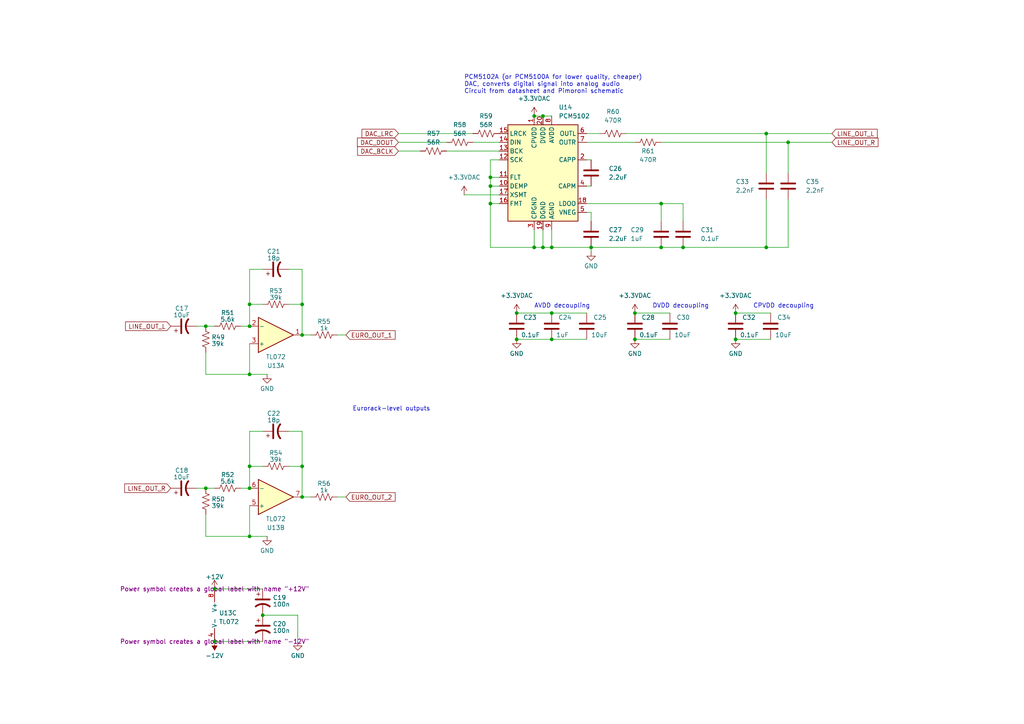
<source format=kicad_sch>
(kicad_sch (version 20250114) (generator "eeschema") (generator_version "9.0")
  (paper "A4")
  (lib_symbols
    (symbol "Amplifier_Operational:TL072" (pin_names (offset 0.127))
      (property "Reference" "U" (at 0 5.08 0))
      (property "Value" "TL072" (at 0 -5.08 0))
      (symbol "TL072_1_1"
        (polyline (pts (xy -5.08 5.08) (xy 5.08 0) (xy -5.08 -5.08) (xy -5.08 5.08)) (stroke (width 0.254)) (fill (type background)))
        (pin input line (at -7.62 2.54 0) (length 2.54) (name "+") (number "3"))
        (pin input line (at -7.62 -2.54 0) (length 2.54) (name "-") (number "2"))
        (pin output line (at 7.62 0 180) (length 2.54) (name "~") (number "1"))
      )
      (symbol "TL072_2_1"
        (polyline (pts (xy -5.08 5.08) (xy 5.08 0) (xy -5.08 -5.08) (xy -5.08 5.08)) (stroke (width 0.254)) (fill (type background)))
        (pin input line (at -7.62 2.54 0) (length 2.54) (name "+") (number "5"))
        (pin input line (at -7.62 -2.54 0) (length 2.54) (name "-") (number "6"))
        (pin output line (at 7.62 0 180) (length 2.54) (name "~") (number "7"))
      )
      (symbol "TL072_3_1"
        (pin power_in line (at -2.54 7.62 270) (length 3.81) (name "V+") (number "8"))
        (pin power_in line (at -2.54 -7.62 90) (length 3.81) (name "V-") (number "4"))
      )
    )
    (symbol "Audio:PCM5102"
      (property "Reference" "U" (at -10.16 13.97 0))
      (property "Value" "PCM5102" (at 3.81 13.97 0))
      (symbol "PCM5102_0_1"
        (rectangle (start -10.16 12.7) (end 10.16 -15.24) (stroke (width 0.254)) (fill (type background)))
      )
      (symbol "PCM5102_1_1"
        (pin input line (at -12.7 10.16 0) (length 2.54) (name "LRCK") (number "15"))
        (pin input line (at -12.7 7.62 0) (length 2.54) (name "DIN") (number "14"))
        (pin input line (at -12.7 5.08 0) (length 2.54) (name "BCK") (number "13"))
        (pin input line (at -12.7 2.54 0) (length 2.54) (name "SCK") (number "12"))
        (pin input line (at -12.7 -2.54 0) (length 2.54) (name "FLT") (number "11"))
        (pin input line (at -12.7 -5.08 0) (length 2.54) (name "DEMP") (number "10"))
        (pin input line (at -12.7 -7.62 0) (length 2.54) (name "XSMT") (number "17"))
        (pin input line (at -12.7 -10.16 0) (length 2.54) (name "FMT") (number "16"))
        (pin passive line (at -2.54 15.24 270) (length 2.54) (name "CPVDD") (number "1"))
        (pin power_in line (at -2.54 -17.78 90) (length 2.54) (name "CPGND") (number "3"))
        (pin power_in line (at 0 15.24 270) (length 2.54) (name "DVDD") (number "20"))
        (pin power_in line (at 0 -17.78 90) (length 2.54) (name "DGND") (number "19"))
        (pin power_in line (at 2.54 15.24 270) (length 2.54) (name "AVDD") (number "8"))
        (pin power_in line (at 2.54 -17.78 90) (length 2.54) (name "AGND") (number "9"))
        (pin output line (at 12.7 10.16 180) (length 2.54) (name "OUTL") (number "6"))
        (pin output line (at 12.7 7.62 180) (length 2.54) (name "OUTR") (number "7"))
        (pin passive line (at 12.7 2.54 180) (length 2.54) (name "CAPP") (number "2"))
        (pin passive line (at 12.7 -5.08 180) (length 2.54) (name "CAPM") (number "4"))
        (pin passive line (at 12.7 -10.16 180) (length 2.54) (name "LDOO") (number "18"))
        (pin passive line (at 12.7 -12.7 180) (length 2.54) (name "VNEG") (number "5"))
      )
    )
    (symbol "Device:C" (pin_numbers (hide yes)) (pin_names (offset 0.254))
      (property "Reference" "C" (at 0.635 2.54 0))
      (property "Value" "C" (at 0.635 -2.54 0))
      (symbol "C_0_1"
        (polyline (pts (xy -2.032 0.762) (xy 2.032 0.762)) (stroke (width 0.508)))
        (polyline (pts (xy -2.032 -0.762) (xy 2.032 -0.762)) (stroke (width 0.508)))
      )
      (symbol "C_1_1"
        (pin passive line (at 0 3.81 270) (length 2.794) (name "~") (number "1"))
        (pin passive line (at 0 -3.81 90) (length 2.794) (name "~") (number "2"))
      )
    )
    (symbol "Device:C_Polarized_US" (pin_numbers (hide yes)) (pin_names (offset 0.254) (hide yes))
      (property "Reference" "C" (at 0.635 2.54 0))
      (property "Value" "C_Polarized_US" (at 0.635 -2.54 0))
      (symbol "C_Polarized_US_0_1"
        (polyline (pts (xy -2.032 0.762) (xy 2.032 0.762)) (stroke (width 0.508)))
        (polyline (pts (xy -1.778 2.286) (xy -0.762 2.286)))
        (polyline (pts (xy -1.27 1.778) (xy -1.27 2.794)))
        (arc (start -2.032 -1.27) (mid 0 -0.5572) (end 2.032 -1.27) (stroke (width 0.508)))
      )
      (symbol "C_Polarized_US_1_1"
        (pin passive line (at 0 3.81 270) (length 2.794) (name "~") (number "1"))
        (pin passive line (at 0 -3.81 90) (length 3.302) (name "~") (number "2"))
      )
    )
    (symbol "Device:R_US" (pin_numbers (hide yes)) (pin_names (offset 0))
      (property "Reference" "R" (at 2.54 0 90))
      (property "Value" "R_US" (at -2.54 0 90))
      (symbol "R_US_0_1"
        (polyline (pts (xy 0 2.286) (xy 0 2.54)))
        (polyline (pts (xy 0 2.286) (xy 1.016 1.905) (xy 0 1.524) (xy -1.016 1.143) (xy 0 0.762)))
        (polyline (pts (xy 0 0.762) (xy 1.016 0.381) (xy 0 0) (xy -1.016 -0.381) (xy 0 -0.762)))
        (polyline (pts (xy 0 -0.762) (xy 1.016 -1.143) (xy 0 -1.524) (xy -1.016 -1.905) (xy 0 -2.286)))
        (polyline (pts (xy 0 -2.286) (xy 0 -2.54)))
      )
      (symbol "R_US_1_1"
        (pin passive line (at 0 3.81 270) (length 1.27) (name "~") (number "1"))
        (pin passive line (at 0 -3.81 90) (length 1.27) (name "~") (number "2"))
      )
    )
    (symbol "power:+12V" (power) (pin_numbers (hide yes)) (pin_names (offset 0) (hide yes))
      (property "Value" "+12V" (at 0 3.556 0))
      (symbol "+12V_0_1"
        (polyline (pts (xy -0.762 1.27) (xy 0 2.54)))
        (polyline (pts (xy 0 2.54) (xy 0.762 1.27)))
        (polyline (pts (xy 0 0) (xy 0 2.54)))
      )
      (symbol "+12V_1_1"
        (pin power_in line (at 0 0 90) (length 0) (name "~") (number "1"))
      )
    )
    (symbol "power:+3.3VDAC" (power) (pin_numbers (hide yes)) (pin_names (offset 0) (hide yes))
      (property "Value" "+3.3VDAC" (at 0 3.556 0))
      (symbol "+3.3VDAC_0_0"
        (pin power_in line (at 0 0 90) (length 0) (name "~") (number "1"))
      )
      (symbol "+3.3VDAC_0_1"
        (polyline (pts (xy -0.762 1.27) (xy 0 2.54)))
        (polyline (pts (xy 0 2.54) (xy 0.762 1.27)))
        (polyline (pts (xy 0 0) (xy 0 2.54)))
      )
    )
    (symbol "power:-12V" (power) (pin_numbers (hide yes)) (pin_names (offset 0) (hide yes))
      (property "Value" "-12V" (at 0 3.556 0))
      (symbol "-12V_0_0"
        (pin power_in line (at 0 0 90) (length 0) (name "~") (number "1"))
      )
      (symbol "-12V_0_1"
        (polyline (pts (xy 0 0) (xy 0 1.27) (xy 0.762 1.27) (xy 0 2.54) (xy -0.762 1.27) (xy 0 1.27)) (fill (type outline)))
      )
    )
    (symbol "power:GND" (power) (pin_numbers (hide yes)) (pin_names (offset 0) (hide yes))
      (property "Value" "GND" (at 0 -3.81 0))
      (symbol "GND_0_1"
        (polyline (pts (xy 0 0) (xy 0 -1.27) (xy 1.27 -1.27) (xy 0 -2.54) (xy -1.27 -1.27) (xy 0 -1.27)))
      )
      (symbol "GND_1_1"
        (pin power_in line (at 0 0 270) (length 0) (name "~") (number "1"))
      )
    )
  )
  (text "CPVDD decoupling" (at 218.44 89.535 0) (effects (font (size 1.27 1.27)) (justify left bottom)))
  (text "Eurorack-level outputs" (at 102.235 119.38 0) (effects (font (size 1.27 1.27)) (justify left bottom)))
  (text "AVDD decoupling" (at 154.94 89.535 0) (effects (font (size 1.27 1.27)) (justify left bottom)))
  (text "DVDD decoupling" (at 189.23 89.535 0) (effects (font (size 1.27 1.27)) (justify left bottom)))
  (text "PCM5102A (or PCM5100A for lower quality, cheaper)\nDAC, converts digital signal into analog audio\nCircuit from datasheet and Pimoroni schematic" (at 134.62 27.305 0) (effects (font (size 1.27 1.27)) (justify left bottom)))
  (junction (at 160.02 90.805))
  (junction (at 160.02 98.425))
  (junction (at 154.94 33.655))
  (junction (at 171.45 71.755))
  (junction (at 72.39 108.585))
  (junction (at 184.15 90.805))
  (junction (at 87.63 88.265))
  (junction (at 184.15 98.425))
  (junction (at 198.12 71.755))
  (junction (at 76.2 178.435))
  (junction (at 222.25 71.755))
  (junction (at 157.48 33.655))
  (junction (at 62.23 186.055))
  (junction (at 142.24 59.055))
  (junction (at 59.69 141.605))
  (junction (at 87.63 97.155))
  (junction (at 87.63 135.255))
  (junction (at 157.48 71.755))
  (junction (at 149.86 90.805))
  (junction (at 72.39 135.255))
  (junction (at 154.94 71.755))
  (junction (at 72.39 141.605))
  (junction (at 62.23 170.815))
  (junction (at 142.24 53.975))
  (junction (at 87.63 144.145))
  (junction (at 191.77 71.755))
  (junction (at 213.36 90.805))
  (junction (at 72.39 155.575))
  (junction (at 59.69 94.615))
  (junction (at 142.24 51.435))
  (junction (at 72.39 88.265))
  (junction (at 213.36 98.425))
  (junction (at 228.6 41.275))
  (junction (at 72.39 94.615))
  (junction (at 149.86 98.425))
  (junction (at 160.02 71.755))
  (junction (at 191.77 59.055))
  (junction (at 222.25 38.735))
  (wire (pts (xy 142.24 59.055) (xy 142.24 71.755)))
  (wire (pts (xy 87.63 88.265) (xy 87.63 97.155)))
  (wire (pts (xy 157.48 66.675) (xy 157.48 71.755)))
  (wire (pts (xy 160.02 66.675) (xy 160.02 71.755)))
  (wire (pts (xy 87.63 144.145) (xy 90.17 144.145)))
  (wire (pts (xy 170.18 41.275) (xy 184.15 41.275)))
  (wire (pts (xy 72.39 125.095) (xy 76.2 125.095)))
  (wire (pts (xy 59.69 108.585) (xy 72.39 108.585)))
  (wire (pts (xy 149.86 90.805) (xy 160.02 90.805)))
  (wire (pts (xy 171.45 61.595) (xy 171.45 64.135)))
  (wire (pts (xy 62.23 186.055) (xy 76.2 186.055)))
  (wire (pts (xy 142.24 59.055) (xy 144.78 59.055)))
  (wire (pts (xy 170.18 61.595) (xy 171.45 61.595)))
  (wire (pts (xy 228.6 41.275) (xy 241.3 41.275)))
  (wire (pts (xy 222.25 38.735) (xy 222.25 50.165)))
  (wire (pts (xy 87.63 78.105) (xy 87.63 88.265)))
  (wire (pts (xy 181.61 38.735) (xy 222.25 38.735)))
  (wire (pts (xy 87.63 135.255) (xy 87.63 144.145)))
  (wire (pts (xy 59.69 102.235) (xy 59.69 108.585)))
  (wire (pts (xy 213.36 98.425) (xy 223.52 98.425)))
  (wire (pts (xy 69.85 94.615) (xy 72.39 94.615)))
  (wire (pts (xy 129.54 43.815) (xy 144.78 43.815)))
  (wire (pts (xy 134.62 56.515) (xy 144.78 56.515)))
  (wire (pts (xy 154.94 71.755) (xy 157.48 71.755)))
  (wire (pts (xy 72.39 99.695) (xy 72.39 108.585)))
  (wire (pts (xy 72.39 135.255) (xy 72.39 125.095)))
  (wire (pts (xy 184.15 98.425) (xy 194.31 98.425)))
  (wire (pts (xy 115.57 43.815) (xy 121.92 43.815)))
  (wire (pts (xy 83.82 88.265) (xy 87.63 88.265)))
  (wire (pts (xy 160.02 90.805) (xy 170.18 90.805)))
  (wire (pts (xy 170.18 53.975) (xy 171.45 53.975)))
  (wire (pts (xy 228.6 41.275) (xy 228.6 50.165)))
  (wire (pts (xy 170.18 38.735) (xy 173.99 38.735)))
  (wire (pts (xy 142.24 51.435) (xy 144.78 51.435)))
  (wire (pts (xy 83.82 125.095) (xy 87.63 125.095)))
  (wire (pts (xy 154.94 33.655) (xy 157.48 33.655)))
  (wire (pts (xy 72.39 135.255) (xy 76.2 135.255)))
  (wire (pts (xy 191.77 59.055) (xy 191.77 64.135)))
  (wire (pts (xy 72.39 141.605) (xy 72.39 135.255)))
  (wire (pts (xy 57.15 141.605) (xy 59.69 141.605)))
  (wire (pts (xy 142.24 53.975) (xy 142.24 59.055)))
  (wire (pts (xy 97.79 97.155) (xy 100.33 97.155)))
  (wire (pts (xy 222.25 71.755) (xy 228.6 71.755)))
  (wire (pts (xy 59.69 155.575) (xy 72.39 155.575)))
  (wire (pts (xy 72.39 78.105) (xy 76.2 78.105)))
  (wire (pts (xy 171.45 71.755) (xy 191.77 71.755)))
  (wire (pts (xy 57.15 94.615) (xy 59.69 94.615)))
  (wire (pts (xy 222.25 38.735) (xy 241.3 38.735)))
  (wire (pts (xy 157.48 71.755) (xy 160.02 71.755)))
  (wire (pts (xy 86.36 178.435) (xy 86.36 186.055)))
  (wire (pts (xy 83.82 135.255) (xy 87.63 135.255)))
  (wire (pts (xy 72.39 155.575) (xy 77.47 155.575)))
  (wire (pts (xy 144.78 46.355) (xy 142.24 46.355)))
  (wire (pts (xy 191.77 41.275) (xy 228.6 41.275)))
  (wire (pts (xy 83.82 78.105) (xy 87.63 78.105)))
  (wire (pts (xy 72.39 146.685) (xy 72.39 155.575)))
  (wire (pts (xy 184.15 90.805) (xy 194.31 90.805)))
  (wire (pts (xy 115.57 41.275) (xy 129.54 41.275)))
  (wire (pts (xy 170.18 59.055) (xy 191.77 59.055)))
  (wire (pts (xy 160.02 98.425) (xy 170.18 98.425)))
  (wire (pts (xy 72.39 88.265) (xy 76.2 88.265)))
  (wire (pts (xy 191.77 71.755) (xy 198.12 71.755)))
  (wire (pts (xy 72.39 88.265) (xy 72.39 78.105)))
  (wire (pts (xy 137.16 41.275) (xy 144.78 41.275)))
  (wire (pts (xy 72.39 94.615) (xy 72.39 88.265)))
  (wire (pts (xy 198.12 59.055) (xy 198.12 64.135)))
  (wire (pts (xy 87.63 97.155) (xy 90.17 97.155)))
  (wire (pts (xy 157.48 33.655) (xy 160.02 33.655)))
  (wire (pts (xy 198.12 71.755) (xy 222.25 71.755)))
  (wire (pts (xy 69.85 141.605) (xy 72.39 141.605)))
  (wire (pts (xy 62.23 170.815) (xy 76.2 170.815)))
  (wire (pts (xy 59.69 94.615) (xy 62.23 94.615)))
  (wire (pts (xy 228.6 71.755) (xy 228.6 57.785)))
  (wire (pts (xy 191.77 59.055) (xy 198.12 59.055)))
  (wire (pts (xy 72.39 108.585) (xy 77.47 108.585)))
  (wire (pts (xy 115.57 38.735) (xy 137.16 38.735)))
  (wire (pts (xy 222.25 57.785) (xy 222.25 71.755)))
  (wire (pts (xy 213.36 90.805) (xy 223.52 90.805)))
  (wire (pts (xy 142.24 46.355) (xy 142.24 51.435)))
  (wire (pts (xy 59.69 141.605) (xy 62.23 141.605)))
  (wire (pts (xy 171.45 71.755) (xy 171.45 73.025)))
  (wire (pts (xy 149.86 98.425) (xy 160.02 98.425)))
  (wire (pts (xy 154.94 66.675) (xy 154.94 71.755)))
  (wire (pts (xy 59.69 149.225) (xy 59.69 155.575)))
  (wire (pts (xy 87.63 125.095) (xy 87.63 135.255)))
  (wire (pts (xy 142.24 51.435) (xy 142.24 53.975)))
  (wire (pts (xy 160.02 71.755) (xy 171.45 71.755)))
  (wire (pts (xy 76.2 178.435) (xy 86.36 178.435)))
  (wire (pts (xy 170.18 46.355) (xy 171.45 46.355)))
  (wire (pts (xy 97.79 144.145) (xy 100.33 144.145)))
  (wire (pts (xy 142.24 71.755) (xy 154.94 71.755)))
  (wire (pts (xy 142.24 53.975) (xy 144.78 53.975)))
  (global_label "LINE_OUT_L" (shape input) (at 49.53 94.615 180) (property "Intersheetrefs" "${INTERSHEET_REFS}" (effects (hide yes))))
  (global_label "LINE_OUT_L" (shape input) (at 241.3 38.735 0) (property "Intersheetrefs" "${INTERSHEET_REFS}" (effects (hide yes))))
  (global_label "DAC_DOUT" (shape input) (at 115.57 41.275 180) (property "Intersheetrefs" "${INTERSHEET_REFS}" (effects (hide yes))))
  (global_label "DAC_LRC" (shape input) (at 115.57 38.735 180) (property "Intersheetrefs" "${INTERSHEET_REFS}" (effects (hide yes))))
  (global_label "EURO_OUT_1" (shape input) (at 100.33 97.155 0) (property "Intersheetrefs" "${INTERSHEET_REFS}" (effects (hide yes))))
  (global_label "LINE_OUT_R" (shape input) (at 49.53 141.605 180) (property "Intersheetrefs" "${INTERSHEET_REFS}" (effects (hide yes))))
  (global_label "EURO_OUT_2" (shape input) (at 100.33 144.145 0) (property "Intersheetrefs" "${INTERSHEET_REFS}" (effects (hide yes))))
  (global_label "DAC_BCLK" (shape input) (at 115.57 43.815 180) (property "Intersheetrefs" "${INTERSHEET_REFS}" (effects (hide yes))))
  (global_label "LINE_OUT_R" (shape input) (at 241.3 41.275 0) (property "Intersheetrefs" "${INTERSHEET_REFS}" (effects (hide yes))))
  (symbol (lib_id "Device:C") (at 171.45 50.165 0) (unit 1)
    (property "Reference" "C26" (at 176.53 48.8949 0) (effects (justify left)))
    (property "Value" "2.2uF" (at 176.53 51.4349 0) (effects (justify left)))
    (property "Footprint" "Capacitor_SMD:C_0603_1608Metric" (effects (hide yes)))
  )
  (symbol (lib_id "power:GND") (at 77.47 108.585 0) (unit 1)
    (property "Reference" "#PWR076" (effects (hide yes)))
    (property "Value" "GND" (at 77.47 112.7181 0))
    (property "Description" "Power symbol creates a global label with name \"GND\" , ground" (effects (hide yes)))
  )
  (symbol (lib_id "Device:R_US") (at 177.8 38.735 90) (unit 1)
    (property "Reference" "R60" (at 177.8 32.385 90))
    (property "Value" "470R" (at 177.8 34.925 90))
    (property "Footprint" "Resistor_SMD:R_0603_1608Metric" (effects (hide yes)))
  )
  (symbol (lib_id "Device:C") (at 194.31 94.615 0) (unit 1)
    (property "Reference" "C30" (at 196.215 92.075 0) (effects (justify left)))
    (property "Value" "10uF" (at 195.58 97.155 0) (effects (justify left)))
    (property "Footprint" "Capacitor_SMD:C_0603_1608Metric" (effects (hide yes)))
  )
  (symbol (lib_id "Device:C_Polarized_US") (at 80.01 78.105 90) (unit 1)
    (property "Reference" "C21" (at 79.375 72.9361 90))
    (property "Value" "18p" (at 79.375 74.8571 90))
    (property "Footprint" "Capacitor_SMD:C_0603_1608Metric" (effects (hide yes)))
  )
  (symbol (lib_id "Device:R_US") (at 133.35 41.275 90) (unit 1)
    (property "Reference" "R58" (at 133.35 36.195 90))
    (property "Value" "56R" (at 133.35 38.735 90))
    (property "Footprint" "Resistor_SMD:R_0603_1608Metric" (effects (hide yes)))
  )
  (symbol (lib_id "power:+3.3VDAC") (at 134.62 56.515 0) (unit 1)
    (property "Reference" "#PWR079" (effects (hide yes)))
    (property "Value" "+3.3VDAC" (at 134.62 51.435 0))
    (property "Description" "Power symbol creates a global label with name \"+3.3VDAC\"" (effects (hide yes)))
  )
  (symbol (lib_id "power:+3.3VDAC") (at 149.86 90.805 0) (unit 1)
    (property "Reference" "#PWR080" (effects (hide yes)))
    (property "Value" "+3.3VDAC" (at 149.86 85.725 0))
    (property "Description" "Power symbol creates a global label with name \"+3.3VDAC\"" (effects (hide yes)))
  )
  (symbol (lib_id "Device:R_US") (at 80.01 135.255 90) (unit 1)
    (property "Reference" "R54" (at 80.01 131.3561 90))
    (property "Value" "39k" (at 80.01 133.2771 90))
    (property "Footprint" "Resistor_SMD:R_0603_1608Metric" (effects (hide yes)))
  )
  (symbol (lib_id "power:+3.3VDAC") (at 213.36 90.805 0) (unit 1)
    (property "Reference" "#PWR086" (effects (hide yes)))
    (property "Value" "+3.3VDAC" (at 213.36 85.725 0))
    (property "Description" "Power symbol creates a global label with name \"+3.3VDAC\"" (effects (hide yes)))
  )
  (symbol (lib_id "Device:C_Polarized_US") (at 53.34 141.605 90) (unit 1)
    (property "Reference" "C18" (at 52.705 136.4361 90))
    (property "Value" "10uF" (at 52.705 138.3571 90))
    (property "Footprint" "Capacitor_SMD:C_0603_1608Metric" (effects (hide yes)))
  )
  (symbol (lib_id "Device:C_Polarized_US") (at 76.2 174.625 0) (unit 1)
    (property "Reference" "C19" (at 79.121 173.3463 0) (effects (justify left)))
    (property "Value" "100n" (at 79.121 175.2673 0) (effects (justify left)))
    (property "Footprint" "Capacitor_SMD:C_0603_1608Metric" (effects (hide yes)))
  )
  (symbol (lib_id "Device:C_Polarized_US") (at 53.34 94.615 90) (unit 1)
    (property "Reference" "C17" (at 52.705 89.4461 90))
    (property "Value" "10uF" (at 52.705 91.3671 90))
    (property "Footprint" "Capacitor_SMD:C_0603_1608Metric" (effects (hide yes)))
  )
  (symbol (lib_id "Device:C") (at 191.77 67.945 0) (unit 1)
    (property "Reference" "C29" (at 182.88 66.675 0) (effects (justify left)))
    (property "Value" "1uF" (at 182.88 69.215 0) (effects (justify left)))
    (property "Footprint" "Capacitor_SMD:C_0603_1608Metric" (effects (hide yes)))
  )
  (symbol (lib_id "Device:R_US") (at 125.73 43.815 90) (unit 1)
    (property "Reference" "R57" (at 125.73 38.735 90))
    (property "Value" "56R" (at 125.73 41.275 90))
    (property "Footprint" "Resistor_SMD:R_0603_1608Metric" (effects (hide yes)))
  )
  (symbol (lib_id "power:+3.3VDAC") (at 184.15 90.805 0) (unit 1)
    (property "Reference" "#PWR084" (effects (hide yes)))
    (property "Value" "+3.3VDAC" (at 184.15 85.725 0))
    (property "Description" "Power symbol creates a global label with name \"+3.3VDAC\"" (effects (hide yes)))
  )
  (symbol (lib_id "power:GND") (at 184.15 98.425 0) (unit 1)
    (property "Reference" "#PWR085" (effects (hide yes)))
    (property "Value" "GND" (at 184.15 102.5581 0))
    (property "Description" "Power symbol creates a global label with name \"GND\" , ground" (effects (hide yes)))
  )
  (symbol (lib_id "Device:R_US") (at 66.04 94.615 90) (unit 1)
    (property "Reference" "R51" (at 66.04 90.7161 90))
    (property "Value" "5.6k" (at 66.04 92.6371 90))
    (property "Footprint" "Resistor_SMD:R_0603_1608Metric" (effects (hide yes)))
  )
  (symbol (lib_id "Device:C") (at 228.6 53.975 0) (unit 1)
    (property "Reference" "C35" (at 233.68 52.7049 0) (effects (justify left)))
    (property "Value" "2.2nF" (at 233.68 55.2449 0) (effects (justify left)))
    (property "Footprint" "Capacitor_SMD:C_0603_1608Metric" (effects (hide yes)))
  )
  (symbol (lib_id "power:GND") (at 149.86 98.425 0) (unit 1)
    (property "Reference" "#PWR081" (effects (hide yes)))
    (property "Value" "GND" (at 149.86 102.5581 0))
    (property "Description" "Power symbol creates a global label with name \"GND\" , ground" (effects (hide yes)))
  )
  (symbol (lib_id "power:GND") (at 77.47 155.575 0) (unit 1)
    (property "Reference" "#PWR077" (effects (hide yes)))
    (property "Value" "GND" (at 77.47 159.7081 0))
    (property "Description" "Power symbol creates a global label with name \"GND\" , ground" (effects (hide yes)))
  )
  (symbol (lib_id "Device:R_US") (at 140.97 38.735 90) (unit 1)
    (property "Reference" "R59" (at 140.97 33.655 90))
    (property "Value" "56R" (at 140.97 36.195 90))
    (property "Footprint" "Resistor_SMD:R_0603_1608Metric" (effects (hide yes)))
  )
  (symbol (lib_id "Device:C_Polarized_US") (at 80.01 125.095 90) (unit 1)
    (property "Reference" "C22" (at 79.375 119.9261 90))
    (property "Value" "18p" (at 79.375 121.8471 90))
    (property "Footprint" "Capacitor_SMD:C_0603_1608Metric" (effects (hide yes)))
  )
  (symbol (lib_id "power:+12V") (at 62.23 170.815 0) (unit 1)
    (property "Reference" "#PWR074" (effects (hide yes)))
    (property "Value" "+12V" (at 62.23 167.3131 0))
    (property "Description" "Power symbol creates a global label with name \"+12V\"" (at 62.23 170.815 0))
  )
  (symbol (lib_id "Device:R_US") (at 187.96 41.275 90) (unit 1)
    (property "Reference" "R61" (at 187.96 43.815 90))
    (property "Value" "470R" (at 187.96 46.355 90))
    (property "Footprint" "Resistor_SMD:R_0603_1608Metric" (effects (hide yes)))
  )
  (symbol (lib_id "Device:C") (at 223.52 94.615 0) (unit 1)
    (property "Reference" "C34" (at 225.425 92.075 0) (effects (justify left)))
    (property "Value" "10uF" (at 224.79 97.155 0) (effects (justify left)))
    (property "Footprint" "Capacitor_SMD:C_0603_1608Metric" (effects (hide yes)))
  )
  (symbol (lib_id "Device:C") (at 213.36 94.615 0) (unit 1)
    (property "Reference" "C32" (at 215.265 92.075 0) (effects (justify left)))
    (property "Value" "0.1uF" (at 214.63 97.155 0) (effects (justify left)))
    (property "Footprint" "Capacitor_SMD:C_0603_1608Metric" (effects (hide yes)))
  )
  (symbol (lib_id "power:GND") (at 171.45 73.025 0) (unit 1)
    (property "Reference" "#PWR083" (effects (hide yes)))
    (property "Value" "GND" (at 171.45 77.1581 0))
    (property "Description" "Power symbol creates a global label with name \"GND\" , ground" (effects (hide yes)))
  )
  (symbol (lib_id "Device:R_US") (at 59.69 145.415 0) (unit 1)
    (property "Reference" "R50" (at 61.341 144.7713 0) (effects (justify left)))
    (property "Value" "39k" (at 61.341 146.6923 0) (effects (justify left)))
    (property "Footprint" "Resistor_SMD:R_0603_1608Metric" (effects (hide yes)))
  )
  (symbol (lib_id "Device:C_Polarized_US") (at 76.2 182.245 0) (unit 1)
    (property "Reference" "C20" (at 79.121 180.9663 0) (effects (justify left)))
    (property "Value" "100n" (at 79.121 182.8873 0) (effects (justify left)))
    (property "Footprint" "Capacitor_SMD:C_0603_1608Metric" (effects (hide yes)))
  )
  (symbol (lib_id "Device:C") (at 170.18 94.615 0) (unit 1)
    (property "Reference" "C25" (at 172.085 92.075 0) (effects (justify left)))
    (property "Value" "10uF" (at 171.45 97.155 0) (effects (justify left)))
    (property "Footprint" "Capacitor_SMD:C_0603_1608Metric" (effects (hide yes)))
  )
  (symbol (lib_id "Device:C") (at 160.02 94.615 0) (unit 1)
    (property "Reference" "C24" (at 161.925 92.075 0) (effects (justify left)))
    (property "Value" "1uF" (at 161.29 97.155 0) (effects (justify left)))
    (property "Footprint" "Capacitor_SMD:C_0603_1608Metric" (effects (hide yes)))
  )
  (symbol (lib_id "power:-12V") (at 62.23 186.055 180) (unit 1)
    (property "Reference" "#PWR075" (effects (hide yes)))
    (property "Value" "-12V" (at 62.23 190.1905 0))
    (property "Description" "Power symbol creates a global label with name \"-12V\"" (at 62.23 186.055 0))
  )
  (symbol (lib_id "Device:R_US") (at 66.04 141.605 90) (unit 1)
    (property "Reference" "R52" (at 66.04 137.7061 90))
    (property "Value" "5.6k" (at 66.04 139.6271 90))
    (property "Footprint" "Resistor_SMD:R_0603_1608Metric" (effects (hide yes)))
  )
  (symbol (lib_id "Device:R_US") (at 80.01 88.265 90) (unit 1)
    (property "Reference" "R53" (at 80.01 84.3661 90))
    (property "Value" "39k" (at 80.01 86.2871 90))
    (property "Footprint" "Resistor_SMD:R_0603_1608Metric" (effects (hide yes)))
  )
  (symbol (lib_id "Device:C") (at 184.15 94.615 0) (unit 1)
    (property "Reference" "C28" (at 186.055 92.075 0) (effects (justify left)))
    (property "Value" "0.1uF" (at 185.42 97.155 0) (effects (justify left)))
    (property "Footprint" "Capacitor_SMD:C_0603_1608Metric" (effects (hide yes)))
  )
  (symbol (lib_id "Amplifier_Operational:TL072") (at 80.01 97.155 0) (mirror x) (unit 1)
    (property "Reference" "U13" (at 80.01 106.045 0))
    (property "Value" "TL072" (at 80.01 103.505 0))
    (property "Footprint" "Package_SO:SOIC-8_3.9x4.9mm_P1.27mm" (effects (hide yes)))
    (property "Datasheet" "http://www.ti.com/lit/ds/symlink/tl071.pdf" (effects (hide yes)))
  )
  (symbol (lib_id "power:GND") (at 86.36 186.055 0) (unit 1)
    (property "Reference" "#PWR078" (effects (hide yes)))
    (property "Value" "GND" (at 86.36 190.1881 0))
    (property "Description" "Power symbol creates a global label with name \"GND\" , ground" (effects (hide yes)))
  )
  (symbol (lib_id "Device:C") (at 198.12 67.945 0) (unit 1)
    (property "Reference" "C31" (at 203.2 66.6749 0) (effects (justify left)))
    (property "Value" "0.1uF" (at 203.2 69.2149 0) (effects (justify left)))
    (property "Footprint" "Capacitor_SMD:C_0603_1608Metric" (effects (hide yes)))
  )
  (symbol (lib_id "power:GND") (at 213.36 98.425 0) (unit 1)
    (property "Reference" "#PWR087" (effects (hide yes)))
    (property "Value" "GND" (at 213.36 102.5581 0))
    (property "Description" "Power symbol creates a global label with name \"GND\" , ground" (effects (hide yes)))
  )
  (symbol (lib_id "Device:C") (at 222.25 53.975 0) (unit 1)
    (property "Reference" "C33" (at 213.36 52.705 0) (effects (justify left)))
    (property "Value" "2.2nF" (at 213.36 55.245 0) (effects (justify left)))
    (property "Footprint" "Capacitor_SMD:C_0603_1608Metric" (effects (hide yes)))
  )
  (symbol (lib_id "Device:R_US") (at 93.98 144.145 90) (unit 1)
    (property "Reference" "R56" (at 93.98 140.2461 90))
    (property "Value" "1k" (at 93.98 142.1671 90))
    (property "Footprint" "Resistor_SMD:R_0603_1608Metric" (effects (hide yes)))
  )
  (symbol (lib_id "Device:C") (at 149.86 94.615 0) (unit 1)
    (property "Reference" "C23" (at 151.765 92.075 0) (effects (justify left)))
    (property "Value" "0.1uF" (at 151.13 97.155 0) (effects (justify left)))
    (property "Footprint" "Capacitor_SMD:C_0603_1608Metric" (effects (hide yes)))
  )
  (symbol (lib_id "Audio:PCM5102") (at 157.48 48.895 0) (unit 1)
    (property "Reference" "U14" (at 162.0394 31.115 0) (effects (justify left)))
    (property "Value" "PCM5102" (at 162.0394 33.655 0) (effects (justify left)))
    (property "Footprint" "Package_SO:TSSOP-20_4.4x6.5mm_P0.65mm" (effects (hide yes)))
    (property "Datasheet" "http://www.ti.com/lit/ds/symlink/pcm5102.pdf" (effects (hide yes)))
  )
  (symbol (lib_id "Device:R_US") (at 59.69 98.425 0) (unit 1)
    (property "Reference" "R49" (at 61.341 97.7813 0) (effects (justify left)))
    (property "Value" "39k" (at 61.341 99.7023 0) (effects (justify left)))
    (property "Footprint" "Resistor_SMD:R_0603_1608Metric" (effects (hide yes)))
  )
  (symbol (lib_id "Device:R_US") (at 93.98 97.155 90) (unit 1)
    (property "Reference" "R55" (at 93.98 93.2561 90))
    (property "Value" "1k" (at 93.98 95.1771 90))
    (property "Footprint" "Resistor_SMD:R_0603_1608Metric" (effects (hide yes)))
  )
  (symbol (lib_id "power:+3.3VDAC") (at 154.94 33.655 0) (unit 1)
    (property "Reference" "#PWR082" (effects (hide yes)))
    (property "Value" "+3.3VDAC" (at 154.94 28.575 0))
    (property "Description" "Power symbol creates a global label with name \"+3.3VDAC\"" (effects (hide yes)))
  )
  (symbol (lib_id "Device:C") (at 171.45 67.945 0) (unit 1)
    (property "Reference" "C27" (at 176.53 66.6749 0) (effects (justify left)))
    (property "Value" "2.2uF" (at 176.53 69.2149 0) (effects (justify left)))
    (property "Footprint" "Capacitor_SMD:C_0603_1608Metric" (effects (hide yes)))
  )
  (symbol (lib_id "Amplifier_Operational:TL072") (at 64.77 178.435 0) (unit 3)
    (property "Reference" "U13" (at 63.5 177.8 0) (effects (justify left)))
    (property "Value" "TL072" (at 63.5 180.34 0) (effects (justify left)))
    (property "Footprint" "Package_SO:SOIC-8_3.9x4.9mm_P1.27mm" (effects (hide yes)))
    (property "Datasheet" "http://www.ti.com/lit/ds/symlink/tl071.pdf" (effects (hide yes)))
  )
  (symbol (lib_id "Amplifier_Operational:TL072") (at 80.01 144.145 0) (mirror x) (unit 2)
    (property "Reference" "U13" (at 80.01 153.035 0))
    (property "Value" "TL072" (at 80.01 150.495 0))
    (property "Footprint" "Package_SO:SOIC-8_3.9x4.9mm_P1.27mm" (effects (hide yes)))
    (property "Datasheet" "http://www.ti.com/lit/ds/symlink/tl071.pdf" (effects (hide yes)))
  )
)
</source>
